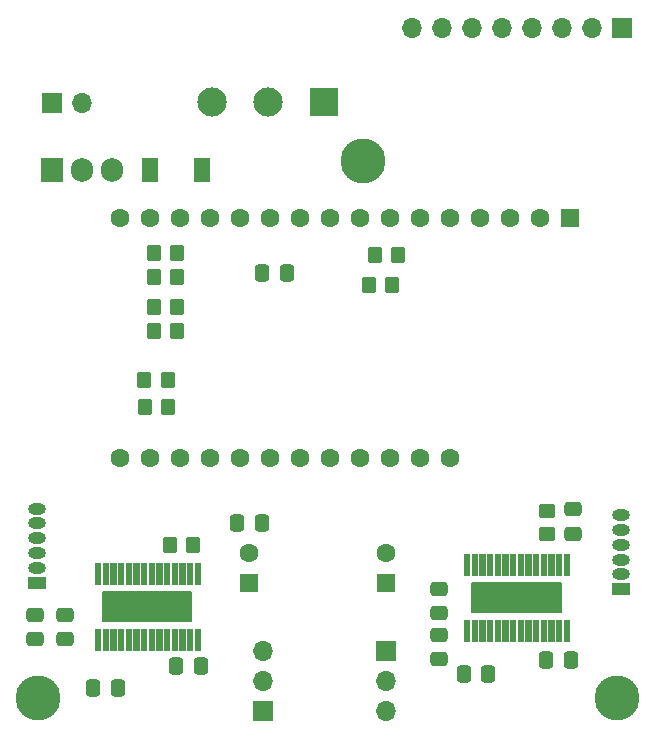
<source format=gbr>
%TF.GenerationSoftware,KiCad,Pcbnew,7.0.1*%
%TF.CreationDate,2023-04-23T15:33:48-04:00*%
%TF.ProjectId,board_v2,626f6172-645f-4763-922e-6b696361645f,rev?*%
%TF.SameCoordinates,Original*%
%TF.FileFunction,Soldermask,Top*%
%TF.FilePolarity,Negative*%
%FSLAX46Y46*%
G04 Gerber Fmt 4.6, Leading zero omitted, Abs format (unit mm)*
G04 Created by KiCad (PCBNEW 7.0.1) date 2023-04-23 15:33:48*
%MOMM*%
%LPD*%
G01*
G04 APERTURE LIST*
G04 Aperture macros list*
%AMRoundRect*
0 Rectangle with rounded corners*
0 $1 Rounding radius*
0 $2 $3 $4 $5 $6 $7 $8 $9 X,Y pos of 4 corners*
0 Add a 4 corners polygon primitive as box body*
4,1,4,$2,$3,$4,$5,$6,$7,$8,$9,$2,$3,0*
0 Add four circle primitives for the rounded corners*
1,1,$1+$1,$2,$3*
1,1,$1+$1,$4,$5*
1,1,$1+$1,$6,$7*
1,1,$1+$1,$8,$9*
0 Add four rect primitives between the rounded corners*
20,1,$1+$1,$2,$3,$4,$5,0*
20,1,$1+$1,$4,$5,$6,$7,0*
20,1,$1+$1,$6,$7,$8,$9,0*
20,1,$1+$1,$8,$9,$2,$3,0*%
G04 Aperture macros list end*
%ADD10C,0.150000*%
%ADD11C,0.010000*%
%ADD12R,1.700000X1.700000*%
%ADD13O,1.700000X1.700000*%
%ADD14C,2.600000*%
%ADD15C,3.800000*%
%ADD16RoundRect,0.250000X-0.350000X-0.450000X0.350000X-0.450000X0.350000X0.450000X-0.350000X0.450000X0*%
%ADD17RoundRect,0.250000X0.450000X-0.350000X0.450000X0.350000X-0.450000X0.350000X-0.450000X-0.350000X0*%
%ADD18R,1.600000X1.600000*%
%ADD19C,1.600000*%
%ADD20RoundRect,0.250000X-0.475000X0.337500X-0.475000X-0.337500X0.475000X-0.337500X0.475000X0.337500X0*%
%ADD21RoundRect,0.250000X-0.337500X-0.475000X0.337500X-0.475000X0.337500X0.475000X-0.337500X0.475000X0*%
%ADD22O,1.500000X1.000000*%
%ADD23R,1.500000X1.000000*%
%ADD24RoundRect,0.250000X0.350000X0.450000X-0.350000X0.450000X-0.350000X-0.450000X0.350000X-0.450000X0*%
%ADD25RoundRect,0.250000X0.337500X0.475000X-0.337500X0.475000X-0.337500X-0.475000X0.337500X-0.475000X0*%
%ADD26R,2.475000X2.475000*%
%ADD27C,2.475000*%
%ADD28R,1.400000X2.100000*%
%ADD29O,1.905000X2.000000*%
%ADD30R,1.905000X2.000000*%
G04 APERTURE END LIST*
D10*
X139755701Y-109226756D02*
X147265301Y-109226756D01*
X147265301Y-111704387D01*
X139755701Y-111704387D01*
X139755701Y-109226756D01*
G36*
X139755701Y-109226756D02*
G01*
X147265301Y-109226756D01*
X147265301Y-111704387D01*
X139755701Y-111704387D01*
X139755701Y-109226756D01*
G37*
X108467448Y-110011084D02*
X115977048Y-110011084D01*
X115977048Y-112488715D01*
X108467448Y-112488715D01*
X108467448Y-110011084D01*
G36*
X108467448Y-110011084D02*
G01*
X115977048Y-110011084D01*
X115977048Y-112488715D01*
X108467448Y-112488715D01*
X108467448Y-110011084D01*
G37*
%TO.C,U5*%
D11*
X116713000Y-109322000D02*
X116273000Y-109322000D01*
X116273000Y-107582000D01*
X116713000Y-107582000D01*
X116713000Y-109322000D01*
G36*
X116713000Y-109322000D02*
G01*
X116273000Y-109322000D01*
X116273000Y-107582000D01*
X116713000Y-107582000D01*
X116713000Y-109322000D01*
G37*
X116063000Y-109322000D02*
X115623000Y-109322000D01*
X115623000Y-107582000D01*
X116063000Y-107582000D01*
X116063000Y-109322000D01*
G36*
X116063000Y-109322000D02*
G01*
X115623000Y-109322000D01*
X115623000Y-107582000D01*
X116063000Y-107582000D01*
X116063000Y-109322000D01*
G37*
X115413000Y-109322000D02*
X114973000Y-109322000D01*
X114973000Y-107582000D01*
X115413000Y-107582000D01*
X115413000Y-109322000D01*
G36*
X115413000Y-109322000D02*
G01*
X114973000Y-109322000D01*
X114973000Y-107582000D01*
X115413000Y-107582000D01*
X115413000Y-109322000D01*
G37*
X114763000Y-109322000D02*
X114323000Y-109322000D01*
X114323000Y-107582000D01*
X114763000Y-107582000D01*
X114763000Y-109322000D01*
G36*
X114763000Y-109322000D02*
G01*
X114323000Y-109322000D01*
X114323000Y-107582000D01*
X114763000Y-107582000D01*
X114763000Y-109322000D01*
G37*
X114113000Y-109322000D02*
X113673000Y-109322000D01*
X113673000Y-107582000D01*
X114113000Y-107582000D01*
X114113000Y-109322000D01*
G36*
X114113000Y-109322000D02*
G01*
X113673000Y-109322000D01*
X113673000Y-107582000D01*
X114113000Y-107582000D01*
X114113000Y-109322000D01*
G37*
X113463000Y-109322000D02*
X113023000Y-109322000D01*
X113023000Y-107582000D01*
X113463000Y-107582000D01*
X113463000Y-109322000D01*
G36*
X113463000Y-109322000D02*
G01*
X113023000Y-109322000D01*
X113023000Y-107582000D01*
X113463000Y-107582000D01*
X113463000Y-109322000D01*
G37*
X112813000Y-109322000D02*
X112373000Y-109322000D01*
X112373000Y-107582000D01*
X112813000Y-107582000D01*
X112813000Y-109322000D01*
G36*
X112813000Y-109322000D02*
G01*
X112373000Y-109322000D01*
X112373000Y-107582000D01*
X112813000Y-107582000D01*
X112813000Y-109322000D01*
G37*
X112163000Y-109322000D02*
X111723000Y-109322000D01*
X111723000Y-107582000D01*
X112163000Y-107582000D01*
X112163000Y-109322000D01*
G36*
X112163000Y-109322000D02*
G01*
X111723000Y-109322000D01*
X111723000Y-107582000D01*
X112163000Y-107582000D01*
X112163000Y-109322000D01*
G37*
X111513000Y-109322000D02*
X111073000Y-109322000D01*
X111073000Y-107582000D01*
X111513000Y-107582000D01*
X111513000Y-109322000D01*
G36*
X111513000Y-109322000D02*
G01*
X111073000Y-109322000D01*
X111073000Y-107582000D01*
X111513000Y-107582000D01*
X111513000Y-109322000D01*
G37*
X110863000Y-109322000D02*
X110423000Y-109322000D01*
X110423000Y-107582000D01*
X110863000Y-107582000D01*
X110863000Y-109322000D01*
G36*
X110863000Y-109322000D02*
G01*
X110423000Y-109322000D01*
X110423000Y-107582000D01*
X110863000Y-107582000D01*
X110863000Y-109322000D01*
G37*
X110213000Y-109322000D02*
X109773000Y-109322000D01*
X109773000Y-107582000D01*
X110213000Y-107582000D01*
X110213000Y-109322000D01*
G36*
X110213000Y-109322000D02*
G01*
X109773000Y-109322000D01*
X109773000Y-107582000D01*
X110213000Y-107582000D01*
X110213000Y-109322000D01*
G37*
X109563000Y-109322000D02*
X109123000Y-109322000D01*
X109123000Y-107582000D01*
X109563000Y-107582000D01*
X109563000Y-109322000D01*
G36*
X109563000Y-109322000D02*
G01*
X109123000Y-109322000D01*
X109123000Y-107582000D01*
X109563000Y-107582000D01*
X109563000Y-109322000D01*
G37*
X108913000Y-109322000D02*
X108473000Y-109322000D01*
X108473000Y-107582000D01*
X108913000Y-107582000D01*
X108913000Y-109322000D01*
G36*
X108913000Y-109322000D02*
G01*
X108473000Y-109322000D01*
X108473000Y-107582000D01*
X108913000Y-107582000D01*
X108913000Y-109322000D01*
G37*
X108263000Y-109322000D02*
X107823000Y-109322000D01*
X107823000Y-107582000D01*
X108263000Y-107582000D01*
X108263000Y-109322000D01*
G36*
X108263000Y-109322000D02*
G01*
X107823000Y-109322000D01*
X107823000Y-107582000D01*
X108263000Y-107582000D01*
X108263000Y-109322000D01*
G37*
X116713000Y-114922000D02*
X116273000Y-114922000D01*
X116273000Y-113182000D01*
X116713000Y-113182000D01*
X116713000Y-114922000D01*
G36*
X116713000Y-114922000D02*
G01*
X116273000Y-114922000D01*
X116273000Y-113182000D01*
X116713000Y-113182000D01*
X116713000Y-114922000D01*
G37*
X116063000Y-114922000D02*
X115623000Y-114922000D01*
X115623000Y-113182000D01*
X116063000Y-113182000D01*
X116063000Y-114922000D01*
G36*
X116063000Y-114922000D02*
G01*
X115623000Y-114922000D01*
X115623000Y-113182000D01*
X116063000Y-113182000D01*
X116063000Y-114922000D01*
G37*
X115413000Y-114922000D02*
X114973000Y-114922000D01*
X114973000Y-113182000D01*
X115413000Y-113182000D01*
X115413000Y-114922000D01*
G36*
X115413000Y-114922000D02*
G01*
X114973000Y-114922000D01*
X114973000Y-113182000D01*
X115413000Y-113182000D01*
X115413000Y-114922000D01*
G37*
X114763000Y-114922000D02*
X114323000Y-114922000D01*
X114323000Y-113182000D01*
X114763000Y-113182000D01*
X114763000Y-114922000D01*
G36*
X114763000Y-114922000D02*
G01*
X114323000Y-114922000D01*
X114323000Y-113182000D01*
X114763000Y-113182000D01*
X114763000Y-114922000D01*
G37*
X114113000Y-114922000D02*
X113673000Y-114922000D01*
X113673000Y-113182000D01*
X114113000Y-113182000D01*
X114113000Y-114922000D01*
G36*
X114113000Y-114922000D02*
G01*
X113673000Y-114922000D01*
X113673000Y-113182000D01*
X114113000Y-113182000D01*
X114113000Y-114922000D01*
G37*
X113463000Y-114922000D02*
X113023000Y-114922000D01*
X113023000Y-113182000D01*
X113463000Y-113182000D01*
X113463000Y-114922000D01*
G36*
X113463000Y-114922000D02*
G01*
X113023000Y-114922000D01*
X113023000Y-113182000D01*
X113463000Y-113182000D01*
X113463000Y-114922000D01*
G37*
X112813000Y-114922000D02*
X112373000Y-114922000D01*
X112373000Y-113182000D01*
X112813000Y-113182000D01*
X112813000Y-114922000D01*
G36*
X112813000Y-114922000D02*
G01*
X112373000Y-114922000D01*
X112373000Y-113182000D01*
X112813000Y-113182000D01*
X112813000Y-114922000D01*
G37*
X112163000Y-114922000D02*
X111723000Y-114922000D01*
X111723000Y-113182000D01*
X112163000Y-113182000D01*
X112163000Y-114922000D01*
G36*
X112163000Y-114922000D02*
G01*
X111723000Y-114922000D01*
X111723000Y-113182000D01*
X112163000Y-113182000D01*
X112163000Y-114922000D01*
G37*
X111513000Y-114922000D02*
X111073000Y-114922000D01*
X111073000Y-113182000D01*
X111513000Y-113182000D01*
X111513000Y-114922000D01*
G36*
X111513000Y-114922000D02*
G01*
X111073000Y-114922000D01*
X111073000Y-113182000D01*
X111513000Y-113182000D01*
X111513000Y-114922000D01*
G37*
X110863000Y-114922000D02*
X110423000Y-114922000D01*
X110423000Y-113182000D01*
X110863000Y-113182000D01*
X110863000Y-114922000D01*
G36*
X110863000Y-114922000D02*
G01*
X110423000Y-114922000D01*
X110423000Y-113182000D01*
X110863000Y-113182000D01*
X110863000Y-114922000D01*
G37*
X110213000Y-114922000D02*
X109773000Y-114922000D01*
X109773000Y-113182000D01*
X110213000Y-113182000D01*
X110213000Y-114922000D01*
G36*
X110213000Y-114922000D02*
G01*
X109773000Y-114922000D01*
X109773000Y-113182000D01*
X110213000Y-113182000D01*
X110213000Y-114922000D01*
G37*
X109563000Y-114922000D02*
X109123000Y-114922000D01*
X109123000Y-113182000D01*
X109563000Y-113182000D01*
X109563000Y-114922000D01*
G36*
X109563000Y-114922000D02*
G01*
X109123000Y-114922000D01*
X109123000Y-113182000D01*
X109563000Y-113182000D01*
X109563000Y-114922000D01*
G37*
X108913000Y-114922000D02*
X108473000Y-114922000D01*
X108473000Y-113182000D01*
X108913000Y-113182000D01*
X108913000Y-114922000D01*
G36*
X108913000Y-114922000D02*
G01*
X108473000Y-114922000D01*
X108473000Y-113182000D01*
X108913000Y-113182000D01*
X108913000Y-114922000D01*
G37*
X108263000Y-114922000D02*
X107823000Y-114922000D01*
X107823000Y-113182000D01*
X108263000Y-113182000D01*
X108263000Y-114922000D01*
G36*
X108263000Y-114922000D02*
G01*
X107823000Y-114922000D01*
X107823000Y-113182000D01*
X108263000Y-113182000D01*
X108263000Y-114922000D01*
G37*
%TO.C,U3*%
X147955000Y-108560000D02*
X147515000Y-108560000D01*
X147515000Y-106820000D01*
X147955000Y-106820000D01*
X147955000Y-108560000D01*
G36*
X147955000Y-108560000D02*
G01*
X147515000Y-108560000D01*
X147515000Y-106820000D01*
X147955000Y-106820000D01*
X147955000Y-108560000D01*
G37*
X147305000Y-108560000D02*
X146865000Y-108560000D01*
X146865000Y-106820000D01*
X147305000Y-106820000D01*
X147305000Y-108560000D01*
G36*
X147305000Y-108560000D02*
G01*
X146865000Y-108560000D01*
X146865000Y-106820000D01*
X147305000Y-106820000D01*
X147305000Y-108560000D01*
G37*
X146655000Y-108560000D02*
X146215000Y-108560000D01*
X146215000Y-106820000D01*
X146655000Y-106820000D01*
X146655000Y-108560000D01*
G36*
X146655000Y-108560000D02*
G01*
X146215000Y-108560000D01*
X146215000Y-106820000D01*
X146655000Y-106820000D01*
X146655000Y-108560000D01*
G37*
X146005000Y-108560000D02*
X145565000Y-108560000D01*
X145565000Y-106820000D01*
X146005000Y-106820000D01*
X146005000Y-108560000D01*
G36*
X146005000Y-108560000D02*
G01*
X145565000Y-108560000D01*
X145565000Y-106820000D01*
X146005000Y-106820000D01*
X146005000Y-108560000D01*
G37*
X145355000Y-108560000D02*
X144915000Y-108560000D01*
X144915000Y-106820000D01*
X145355000Y-106820000D01*
X145355000Y-108560000D01*
G36*
X145355000Y-108560000D02*
G01*
X144915000Y-108560000D01*
X144915000Y-106820000D01*
X145355000Y-106820000D01*
X145355000Y-108560000D01*
G37*
X144705000Y-108560000D02*
X144265000Y-108560000D01*
X144265000Y-106820000D01*
X144705000Y-106820000D01*
X144705000Y-108560000D01*
G36*
X144705000Y-108560000D02*
G01*
X144265000Y-108560000D01*
X144265000Y-106820000D01*
X144705000Y-106820000D01*
X144705000Y-108560000D01*
G37*
X144055000Y-108560000D02*
X143615000Y-108560000D01*
X143615000Y-106820000D01*
X144055000Y-106820000D01*
X144055000Y-108560000D01*
G36*
X144055000Y-108560000D02*
G01*
X143615000Y-108560000D01*
X143615000Y-106820000D01*
X144055000Y-106820000D01*
X144055000Y-108560000D01*
G37*
X143405000Y-108560000D02*
X142965000Y-108560000D01*
X142965000Y-106820000D01*
X143405000Y-106820000D01*
X143405000Y-108560000D01*
G36*
X143405000Y-108560000D02*
G01*
X142965000Y-108560000D01*
X142965000Y-106820000D01*
X143405000Y-106820000D01*
X143405000Y-108560000D01*
G37*
X142755000Y-108560000D02*
X142315000Y-108560000D01*
X142315000Y-106820000D01*
X142755000Y-106820000D01*
X142755000Y-108560000D01*
G36*
X142755000Y-108560000D02*
G01*
X142315000Y-108560000D01*
X142315000Y-106820000D01*
X142755000Y-106820000D01*
X142755000Y-108560000D01*
G37*
X142105000Y-108560000D02*
X141665000Y-108560000D01*
X141665000Y-106820000D01*
X142105000Y-106820000D01*
X142105000Y-108560000D01*
G36*
X142105000Y-108560000D02*
G01*
X141665000Y-108560000D01*
X141665000Y-106820000D01*
X142105000Y-106820000D01*
X142105000Y-108560000D01*
G37*
X141455000Y-108560000D02*
X141015000Y-108560000D01*
X141015000Y-106820000D01*
X141455000Y-106820000D01*
X141455000Y-108560000D01*
G36*
X141455000Y-108560000D02*
G01*
X141015000Y-108560000D01*
X141015000Y-106820000D01*
X141455000Y-106820000D01*
X141455000Y-108560000D01*
G37*
X140805000Y-108560000D02*
X140365000Y-108560000D01*
X140365000Y-106820000D01*
X140805000Y-106820000D01*
X140805000Y-108560000D01*
G36*
X140805000Y-108560000D02*
G01*
X140365000Y-108560000D01*
X140365000Y-106820000D01*
X140805000Y-106820000D01*
X140805000Y-108560000D01*
G37*
X140155000Y-108560000D02*
X139715000Y-108560000D01*
X139715000Y-106820000D01*
X140155000Y-106820000D01*
X140155000Y-108560000D01*
G36*
X140155000Y-108560000D02*
G01*
X139715000Y-108560000D01*
X139715000Y-106820000D01*
X140155000Y-106820000D01*
X140155000Y-108560000D01*
G37*
X139505000Y-108560000D02*
X139065000Y-108560000D01*
X139065000Y-106820000D01*
X139505000Y-106820000D01*
X139505000Y-108560000D01*
G36*
X139505000Y-108560000D02*
G01*
X139065000Y-108560000D01*
X139065000Y-106820000D01*
X139505000Y-106820000D01*
X139505000Y-108560000D01*
G37*
X147955000Y-114160000D02*
X147515000Y-114160000D01*
X147515000Y-112420000D01*
X147955000Y-112420000D01*
X147955000Y-114160000D01*
G36*
X147955000Y-114160000D02*
G01*
X147515000Y-114160000D01*
X147515000Y-112420000D01*
X147955000Y-112420000D01*
X147955000Y-114160000D01*
G37*
X147305000Y-114160000D02*
X146865000Y-114160000D01*
X146865000Y-112420000D01*
X147305000Y-112420000D01*
X147305000Y-114160000D01*
G36*
X147305000Y-114160000D02*
G01*
X146865000Y-114160000D01*
X146865000Y-112420000D01*
X147305000Y-112420000D01*
X147305000Y-114160000D01*
G37*
X146655000Y-114160000D02*
X146215000Y-114160000D01*
X146215000Y-112420000D01*
X146655000Y-112420000D01*
X146655000Y-114160000D01*
G36*
X146655000Y-114160000D02*
G01*
X146215000Y-114160000D01*
X146215000Y-112420000D01*
X146655000Y-112420000D01*
X146655000Y-114160000D01*
G37*
X146005000Y-114160000D02*
X145565000Y-114160000D01*
X145565000Y-112420000D01*
X146005000Y-112420000D01*
X146005000Y-114160000D01*
G36*
X146005000Y-114160000D02*
G01*
X145565000Y-114160000D01*
X145565000Y-112420000D01*
X146005000Y-112420000D01*
X146005000Y-114160000D01*
G37*
X145355000Y-114160000D02*
X144915000Y-114160000D01*
X144915000Y-112420000D01*
X145355000Y-112420000D01*
X145355000Y-114160000D01*
G36*
X145355000Y-114160000D02*
G01*
X144915000Y-114160000D01*
X144915000Y-112420000D01*
X145355000Y-112420000D01*
X145355000Y-114160000D01*
G37*
X144705000Y-114160000D02*
X144265000Y-114160000D01*
X144265000Y-112420000D01*
X144705000Y-112420000D01*
X144705000Y-114160000D01*
G36*
X144705000Y-114160000D02*
G01*
X144265000Y-114160000D01*
X144265000Y-112420000D01*
X144705000Y-112420000D01*
X144705000Y-114160000D01*
G37*
X144055000Y-114160000D02*
X143615000Y-114160000D01*
X143615000Y-112420000D01*
X144055000Y-112420000D01*
X144055000Y-114160000D01*
G36*
X144055000Y-114160000D02*
G01*
X143615000Y-114160000D01*
X143615000Y-112420000D01*
X144055000Y-112420000D01*
X144055000Y-114160000D01*
G37*
X143405000Y-114160000D02*
X142965000Y-114160000D01*
X142965000Y-112420000D01*
X143405000Y-112420000D01*
X143405000Y-114160000D01*
G36*
X143405000Y-114160000D02*
G01*
X142965000Y-114160000D01*
X142965000Y-112420000D01*
X143405000Y-112420000D01*
X143405000Y-114160000D01*
G37*
X142755000Y-114160000D02*
X142315000Y-114160000D01*
X142315000Y-112420000D01*
X142755000Y-112420000D01*
X142755000Y-114160000D01*
G36*
X142755000Y-114160000D02*
G01*
X142315000Y-114160000D01*
X142315000Y-112420000D01*
X142755000Y-112420000D01*
X142755000Y-114160000D01*
G37*
X142105000Y-114160000D02*
X141665000Y-114160000D01*
X141665000Y-112420000D01*
X142105000Y-112420000D01*
X142105000Y-114160000D01*
G36*
X142105000Y-114160000D02*
G01*
X141665000Y-114160000D01*
X141665000Y-112420000D01*
X142105000Y-112420000D01*
X142105000Y-114160000D01*
G37*
X141455000Y-114160000D02*
X141015000Y-114160000D01*
X141015000Y-112420000D01*
X141455000Y-112420000D01*
X141455000Y-114160000D01*
G36*
X141455000Y-114160000D02*
G01*
X141015000Y-114160000D01*
X141015000Y-112420000D01*
X141455000Y-112420000D01*
X141455000Y-114160000D01*
G37*
X140805000Y-114160000D02*
X140365000Y-114160000D01*
X140365000Y-112420000D01*
X140805000Y-112420000D01*
X140805000Y-114160000D01*
G36*
X140805000Y-114160000D02*
G01*
X140365000Y-114160000D01*
X140365000Y-112420000D01*
X140805000Y-112420000D01*
X140805000Y-114160000D01*
G37*
X140155000Y-114160000D02*
X139715000Y-114160000D01*
X139715000Y-112420000D01*
X140155000Y-112420000D01*
X140155000Y-114160000D01*
G36*
X140155000Y-114160000D02*
G01*
X139715000Y-114160000D01*
X139715000Y-112420000D01*
X140155000Y-112420000D01*
X140155000Y-114160000D01*
G37*
X139505000Y-114160000D02*
X139065000Y-114160000D01*
X139065000Y-112420000D01*
X139505000Y-112420000D01*
X139505000Y-114160000D01*
G36*
X139505000Y-114160000D02*
G01*
X139065000Y-114160000D01*
X139065000Y-112420000D01*
X139505000Y-112420000D01*
X139505000Y-114160000D01*
G37*
%TD*%
D12*
%TO.C,J1*%
X104140000Y-68580000D03*
D13*
X106680000Y-68580000D03*
%TD*%
D14*
%TO.C,REF\u002A\u002A*%
X152000000Y-119000000D03*
D15*
X152000000Y-119000000D03*
%TD*%
%TO.C,REF\u002A\u002A*%
X130500000Y-73500000D03*
D14*
X130500000Y-73500000D03*
%TD*%
%TO.C,REF\u002A\u002A*%
X103000000Y-119000000D03*
D15*
X103000000Y-119000000D03*
%TD*%
D16*
%TO.C,R10*%
X114160219Y-106016813D03*
X116160219Y-106016813D03*
%TD*%
D17*
%TO.C,R9*%
X146050000Y-103140000D03*
X146050000Y-105140000D03*
%TD*%
D16*
%TO.C,R8*%
X112030000Y-94321509D03*
X114030000Y-94321509D03*
%TD*%
%TO.C,R7*%
X112006828Y-92108123D03*
X114006828Y-92108123D03*
%TD*%
D18*
%TO.C,A1*%
X148013508Y-78343477D03*
D19*
X145473508Y-78343477D03*
X142933508Y-78343477D03*
X140393508Y-78343477D03*
X137853508Y-78343477D03*
X135313508Y-78343477D03*
X132773508Y-78343477D03*
X130233508Y-78343477D03*
X127693508Y-78343477D03*
X125153508Y-78343477D03*
X122613508Y-78343477D03*
X120073508Y-78343477D03*
X117533508Y-78343477D03*
X114993508Y-78343477D03*
X112453508Y-78343477D03*
X109913508Y-78343477D03*
X109913508Y-98663477D03*
X112453508Y-98663477D03*
X114993508Y-98663477D03*
X117533508Y-98663477D03*
X120073508Y-98663477D03*
X122613508Y-98663477D03*
X125153508Y-98663477D03*
X127693508Y-98663477D03*
X130233508Y-98663477D03*
X132773508Y-98663477D03*
X135313508Y-98663477D03*
X137853508Y-98663477D03*
%TD*%
D20*
%TO.C,C5*%
X148326941Y-105111181D03*
X148326941Y-103036181D03*
%TD*%
D19*
%TO.C,C12*%
X132459504Y-106720000D03*
D18*
X132459504Y-109220000D03*
%TD*%
D21*
%TO.C,C9*%
X109749500Y-118110000D03*
X107674500Y-118110000D03*
%TD*%
D22*
%TO.C,J2*%
X102870000Y-102970000D03*
X102870000Y-104220000D03*
X102870000Y-105470000D03*
X102870000Y-106720000D03*
X102870000Y-107970000D03*
D23*
X102870000Y-109220000D03*
%TD*%
D24*
%TO.C,R1*%
X131000000Y-84000000D03*
X133000000Y-84000000D03*
%TD*%
D12*
%TO.C,U2*%
X152400000Y-62230000D03*
D13*
X149860000Y-62230000D03*
X147320000Y-62230000D03*
X144780000Y-62230000D03*
X142240000Y-62230000D03*
X139700000Y-62230000D03*
X137160000Y-62230000D03*
X134620000Y-62230000D03*
%TD*%
D21*
%TO.C,C2*%
X141118500Y-116967000D03*
X139043500Y-116967000D03*
%TD*%
D19*
%TO.C,C6*%
X120903131Y-106743475D03*
D18*
X120903131Y-109243475D03*
%TD*%
D25*
%TO.C,C3*%
X146028500Y-115773200D03*
X148103500Y-115773200D03*
%TD*%
D20*
%TO.C,C10*%
X102736721Y-114033662D03*
X102736721Y-111958662D03*
%TD*%
D13*
%TO.C,J4*%
X132458022Y-120129395D03*
X132458022Y-117589395D03*
D12*
X132458022Y-115049395D03*
%TD*%
D24*
%TO.C,R2*%
X133500000Y-81460000D03*
X131500000Y-81460000D03*
%TD*%
D25*
%TO.C,C8*%
X114684900Y-116281200D03*
X116759900Y-116281200D03*
%TD*%
D22*
%TO.C,J3*%
X152352665Y-103523443D03*
X152352665Y-104773443D03*
X152352665Y-106023443D03*
X152352665Y-107273443D03*
X152352665Y-108523443D03*
D23*
X152352665Y-109773443D03*
%TD*%
D20*
%TO.C,C7*%
X105257600Y-114016700D03*
X105257600Y-111941700D03*
%TD*%
D16*
%TO.C,R3*%
X112792000Y-85852000D03*
X114792000Y-85852000D03*
%TD*%
D12*
%TO.C,J6*%
X122082486Y-120126085D03*
D13*
X122082486Y-117586085D03*
X122082486Y-115046085D03*
%TD*%
D26*
%TO.C,SW1*%
X127215471Y-68548518D03*
D27*
X122465471Y-68548518D03*
X117715471Y-68548518D03*
%TD*%
D28*
%TO.C,D1*%
X112456448Y-74333131D03*
X116856448Y-74333131D03*
%TD*%
D25*
%TO.C,C13*%
X124037500Y-83000000D03*
X121962500Y-83000000D03*
%TD*%
D24*
%TO.C,R4*%
X114792000Y-87884000D03*
X112792000Y-87884000D03*
%TD*%
D16*
%TO.C,R5*%
X112792000Y-81280000D03*
X114792000Y-81280000D03*
%TD*%
D21*
%TO.C,C11*%
X121920000Y-104140000D03*
X119845000Y-104140000D03*
%TD*%
D20*
%TO.C,C1*%
X136906000Y-111832300D03*
X136906000Y-109757300D03*
%TD*%
%TO.C,C4*%
X136906000Y-115718500D03*
X136906000Y-113643500D03*
%TD*%
D16*
%TO.C,R6*%
X112792000Y-83312000D03*
X114792000Y-83312000D03*
%TD*%
D29*
%TO.C,U1*%
X109220000Y-74295000D03*
X106680000Y-74295000D03*
D30*
X104140000Y-74295000D03*
%TD*%
M02*

</source>
